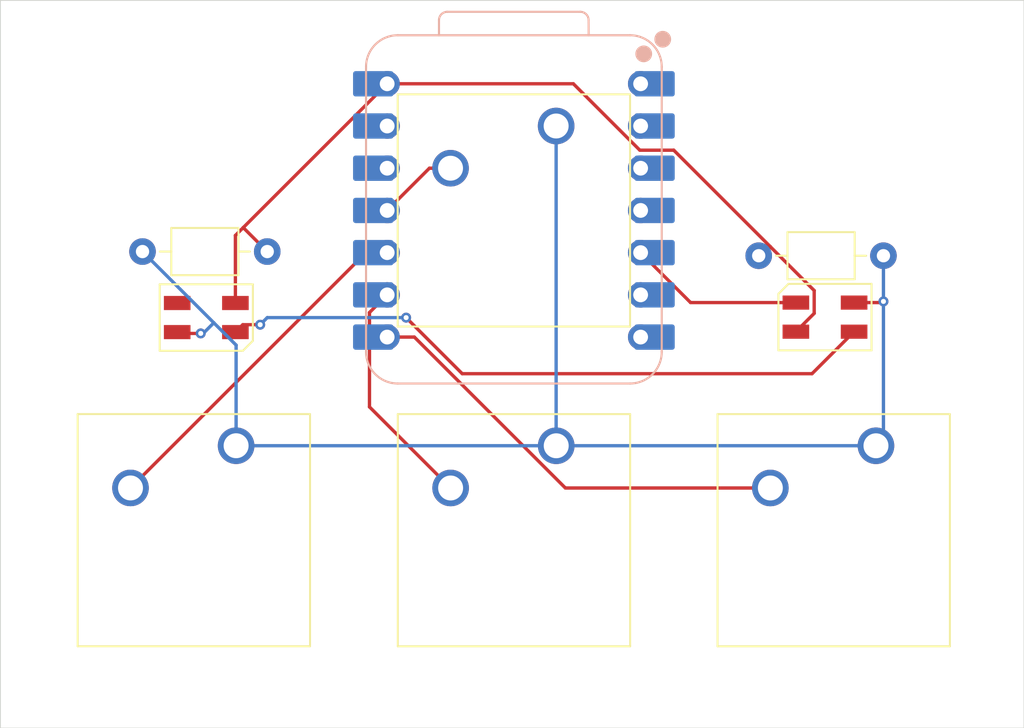
<source format=kicad_pcb>
(kicad_pcb (version 20241229) (generator "pcbnew") (generator_version "9.0")
  (layers (0 "F.Cu" signal) (2 "B.Cu" signal) (13 "F.Paste" user) (15 "B.Paste" user) (5 "F.SilkS" user "F.Silkscreen") (7 "B.SilkS" user "B.Silkscreen") (1 "F.Mask" user) (3 "B.Mask" user) (25 "Edge.Cuts" user))
  (net 0 "")
  (net 1 "Net-(D1-DIN)")
  (net 3 "GND")
  (net 4 "+5V")
  (net 5 "Net-(D2-DIN)")
  (net 6 "Net-(U1-GPIO2{slash}SCK)")
  (net 7 "Net-(U1-GPIO4{slash}MISO)")
  (net 8 "Net-(U1-GPIO3{slash}MOSI)")
  (net 9 "Net-(U1-GPIO1{slash}RX)")
  (net 14 "GND1")
  (footprint "LED_SMD:LED_SK6812MINI_PLCC4_3.5x3.5mm_P1.75mm" (layer "F.Cu") (at 204.635 87.195 180)
    (property "Reference" "D2" (hide yes))
    (property "Value" "SK6812MINI")
    (fp_line (start 2.8 1.4) (end 2.8 -2) (stroke (width 0.12)) (layer "F.SilkS"))
    (fp_line (start 2.8 1.4) (end 2.2 2) (stroke (width 0.12)) (layer "F.SilkS"))
    (fp_line (start -2.8 2) (end 2.2 2) (stroke (width 0.12)) (layer "F.SilkS"))
    (fp_line (start -2.8 -2) (end 2.8 -2) (stroke (width 0.12)) (layer "F.SilkS"))
    (fp_line (start -2.8 -2) (end -2.8 2) (stroke (width 0.12)) (layer "F.SilkS"))
    (pad "1" smd rect (at -1.75 -0.875 180) (size 1.6 0.85) (layers "F.Cu" "F.Mask" "F.Paste") (net 1 "Net-(D1-DIN)"))
    (pad "2" smd rect (at -1.75 0.875 180) (size 1.6 0.85) (layers "F.Cu" "F.Mask" "F.Paste") (net 3 "GND"))
    (pad "3" smd rect (at 1.75 0.875 180) (size 1.6 0.85) (layers "F.Cu" "F.Mask" "F.Paste") (net 5 "Net-(D2-DIN)"))
    (pad "4" smd rect (at 1.75 -0.875 180) (size 1.6 0.85) (layers "F.Cu" "F.Mask" "F.Paste") (net 4 "+5V"))
  )
  (footprint "Capacitor_THT:C_Axial_L3.8mm_D2.6mm_P7.50mm_Horizontal" (layer "F.Cu") (at 163.6 83.25)
    (property "Reference" "C1" (hide yes))
    (property "Value" "C")
    (fp_line (start 1.04 0) (end 1.73 0) (stroke (width 0.12)) (layer "F.SilkS"))
    (fp_line (start 1.73 -1.42) (end 1.73 1.42) (stroke (width 0.12)) (layer "F.SilkS"))
    (fp_line (start 1.73 1.42) (end 5.77 1.42) (stroke (width 0.12)) (layer "F.SilkS"))
    (fp_line (start 5.77 -1.42) (end 1.73 -1.42) (stroke (width 0.12)) (layer "F.SilkS"))
    (fp_line (start 5.77 1.42) (end 5.77 -1.42) (stroke (width 0.12)) (layer "F.SilkS"))
    (fp_line (start 6.46 0) (end 5.77 0) (stroke (width 0.12)) (layer "F.SilkS"))
    (pad "1" thru_hole circle (at 0 0) (size 1.6 1.6) (drill 0.8) (layers "*.Cu" "*.Mask") (net 3 "GND"))
    (pad "2" thru_hole oval (at 7.5 0) (size 1.6 1.6) (drill 0.8) (layers "*.Cu" "*.Mask") (net 4 "+5V"))
  )
  (footprint "Button_Switch_Keyboard:SW_Cherry_MX_1.00u_PCB" (layer "F.Cu") (at 188.475 94.935)
    (property "Reference" "SW1" (hide yes))
    (property "Value" "SW_Push")
    (fp_line (start -9.525 -1.905) (end 4.445 -1.905) (stroke (width 0.12)) (layer "F.SilkS"))
    (fp_line (start -9.525 12.065) (end -9.525 -1.905) (stroke (width 0.12)) (layer "F.SilkS"))
    (fp_line (start 4.445 -1.905) (end 4.445 12.065) (stroke (width 0.12)) (layer "F.SilkS"))
    (fp_line (start 4.445 12.065) (end -9.525 12.065) (stroke (width 0.12)) (layer "F.SilkS"))
    (pad "" np_thru_hole circle (at -7.62 5.08) (size 1.7 1.7) (drill 1.7) (layers "*.Cu" "*.Mask"))
    (pad "" np_thru_hole circle (at -2.54 5.08) (size 4 4) (drill 4) (layers "*.Cu" "*.Mask"))
    (pad "" np_thru_hole circle (at 2.54 5.08) (size 1.7 1.7) (drill 1.7) (layers "*.Cu" "*.Mask"))
    (pad "1" thru_hole circle (at 0 0) (size 2.2 2.2) (drill 1.5) (layers "*.Cu" "*.Mask") (net 3 "GND"))
    (pad "2" thru_hole circle (at -6.35 2.54) (size 2.2 2.2) (drill 1.5) (layers "*.Cu" "*.Mask") (net 6 "Net-(U1-GPIO2{slash}SCK)"))
  )
  (footprint "Button_Switch_Keyboard:SW_Cherry_MX_1.00u_PCB" (layer "F.Cu") (at 188.47 75.695)
    (property "Reference" "SW3" (hide yes))
    (property "Value" "SW_Push")
    (fp_line (start -9.525 -1.905) (end 4.445 -1.905) (stroke (width 0.12)) (layer "F.SilkS"))
    (fp_line (start -9.525 12.065) (end -9.525 -1.905) (stroke (width 0.12)) (layer "F.SilkS"))
    (fp_line (start 4.445 -1.905) (end 4.445 12.065) (stroke (width 0.12)) (layer "F.SilkS"))
    (fp_line (start 4.445 12.065) (end -9.525 12.065) (stroke (width 0.12)) (layer "F.SilkS"))
    (pad "" np_thru_hole circle (at -7.62 5.08) (size 1.7 1.7) (drill 1.7) (layers "*.Cu" "*.Mask"))
    (pad "" np_thru_hole circle (at -2.54 5.08) (size 4 4) (drill 4) (layers "*.Cu" "*.Mask"))
    (pad "" np_thru_hole circle (at 2.54 5.08) (size 1.7 1.7) (drill 1.7) (layers "*.Cu" "*.Mask"))
    (pad "1" thru_hole circle (at 0 0) (size 2.2 2.2) (drill 1.5) (layers "*.Cu" "*.Mask") (net 3 "GND"))
    (pad "2" thru_hole circle (at -6.35 2.54) (size 2.2 2.2) (drill 1.5) (layers "*.Cu" "*.Mask") (net 8 "Net-(U1-GPIO3{slash}MOSI)"))
  )
  (footprint "Capacitor_THT:C_Axial_L3.8mm_D2.6mm_P7.50mm_Horizontal" (layer "F.Cu") (at 208.15 83.5 180)
    (property "Reference" "C2" (hide yes))
    (property "Value" "C_Small")
    (fp_line (start 6.46 0) (end 5.77 0) (stroke (width 0.12)) (layer "F.SilkS"))
    (fp_line (start 5.77 1.42) (end 5.77 -1.42) (stroke (width 0.12)) (layer "F.SilkS"))
    (fp_line (start 5.77 -1.42) (end 1.73 -1.42) (stroke (width 0.12)) (layer "F.SilkS"))
    (fp_line (start 1.73 1.42) (end 5.77 1.42) (stroke (width 0.12)) (layer "F.SilkS"))
    (fp_line (start 1.73 -1.42) (end 1.73 1.42) (stroke (width 0.12)) (layer "F.SilkS"))
    (fp_line (start 1.04 0) (end 1.73 0) (stroke (width 0.12)) (layer "F.SilkS"))
    (pad "1" thru_hole circle (at 0 0 180) (size 1.6 1.6) (drill 0.8) (layers "*.Cu" "*.Mask") (net 3 "GND"))
    (pad "2" thru_hole oval (at 7.5 0 180) (size 1.6 1.6) (drill 0.8) (layers "*.Cu" "*.Mask") (net 4 "+5V"))
  )
  (footprint "LED_SMD:LED_SK6812MINI_PLCC4_3.5x3.5mm_P1.75mm" (layer "F.Cu") (at 167.435 87.22)
    (property "Reference" "D1" (hide yes))
    (property "Value" "SK6812MINI")
    (fp_line (start -2.8 -2) (end -2.8 2) (stroke (width 0.12)) (layer "F.SilkS"))
    (fp_line (start -2.8 -2) (end 2.8 -2) (stroke (width 0.12)) (layer "F.SilkS"))
    (fp_line (start -2.8 2) (end 2.2 2) (stroke (width 0.12)) (layer "F.SilkS"))
    (fp_line (start 2.8 1.4) (end 2.2 2) (stroke (width 0.12)) (layer "F.SilkS"))
    (fp_line (start 2.8 1.4) (end 2.8 -2) (stroke (width 0.12)) (layer "F.SilkS"))
    (pad "1" smd rect (at -1.75 -0.875) (size 1.6 0.85) (layers "F.Cu" "F.Mask" "F.Paste"))
    (pad "2" smd rect (at -1.75 0.875) (size 1.6 0.85) (layers "F.Cu" "F.Mask" "F.Paste") (net 3 "GND"))
    (pad "3" smd rect (at 1.75 0.875) (size 1.6 0.85) (layers "F.Cu" "F.Mask" "F.Paste") (net 1 "Net-(D1-DIN)"))
    (pad "4" smd rect (at 1.75 -0.875) (size 1.6 0.85) (layers "F.Cu" "F.Mask" "F.Paste") (net 4 "+5V"))
  )
  (footprint "Button_Switch_Keyboard:SW_Cherry_MX_1.00u_PCB" (layer "F.Cu") (at 207.7 94.935)
    (property "Reference" "SW4" (hide yes))
    (property "Value" "SW_Push")
    (fp_line (start -9.525 -1.905) (end 4.445 -1.905) (stroke (width 0.12)) (layer "F.SilkS"))
    (fp_line (start -9.525 12.065) (end -9.525 -1.905) (stroke (width 0.12)) (layer "F.SilkS"))
    (fp_line (start 4.445 -1.905) (end 4.445 12.065) (stroke (width 0.12)) (layer "F.SilkS"))
    (fp_line (start 4.445 12.065) (end -9.525 12.065) (stroke (width 0.12)) (layer "F.SilkS"))
    (pad "" np_thru_hole circle (at -7.62 5.08) (size 1.7 1.7) (drill 1.7) (layers "*.Cu" "*.Mask"))
    (pad "" np_thru_hole circle (at -2.54 5.08) (size 4 4) (drill 4) (layers "*.Cu" "*.Mask"))
    (pad "" np_thru_hole circle (at 2.54 5.08) (size 1.7 1.7) (drill 1.7) (layers "*.Cu" "*.Mask"))
    (pad "1" thru_hole circle (at 0 0) (size 2.2 2.2) (drill 1.5) (layers "*.Cu" "*.Mask") (net 3 "GND"))
    (pad "2" thru_hole circle (at -6.35 2.54) (size 2.2 2.2) (drill 1.5) (layers "*.Cu" "*.Mask") (net 9 "Net-(U1-GPIO1{slash}RX)"))
  )
  (footprint "Button_Switch_Keyboard:SW_Cherry_MX_1.00u_PCB" (layer "F.Cu") (at 169.2275 94.9325)
    (property "Reference" "SW2" (hide yes))
    (property "Value" "SW_Push")
    (fp_line (start -9.525 -1.905) (end 4.445 -1.905) (stroke (width 0.12)) (layer "F.SilkS"))
    (fp_line (start -9.525 12.065) (end -9.525 -1.905) (stroke (width 0.12)) (layer "F.SilkS"))
    (fp_line (start 4.445 -1.905) (end 4.445 12.065) (stroke (width 0.12)) (layer "F.SilkS"))
    (fp_line (start 4.445 12.065) (end -9.525 12.065) (stroke (width 0.12)) (layer "F.SilkS"))
    (pad "" np_thru_hole circle (at -7.62 5.08) (size 1.7 1.7) (drill 1.7) (layers "*.Cu" "*.Mask"))
    (pad "" np_thru_hole circle (at -2.54 5.08) (size 4 4) (drill 4) (layers "*.Cu" "*.Mask"))
    (pad "" np_thru_hole circle (at 2.54 5.08) (size 1.7 1.7) (drill 1.7) (layers "*.Cu" "*.Mask"))
    (pad "1" thru_hole circle (at 0 0) (size 2.2 2.2) (drill 1.5) (layers "*.Cu" "*.Mask") (net 3 "GND"))
    (pad "2" thru_hole circle (at -6.35 2.54) (size 2.2 2.2) (drill 1.5) (layers "*.Cu" "*.Mask") (net 7 "Net-(U1-GPIO4{slash}MISO)"))
  )
  (footprint "OPL:XIAO-RP2040-DIP" (layer "B.Cu") (at 185.93 80.775 180)
    (property "Reference" "U1" (hide yes))
    (property "Value" "XIAO-RP2040-DIP" (hide yes))
    (fp_line (start 8.89 -8.509) (end 8.89 8.636) (stroke (width 0.127)) (layer "B.SilkS"))
    (fp_line (start 6.985 10.541) (end -6.985 10.541) (stroke (width 0.1)) (layer "B.SilkS"))
    (fp_line (start 6.985 10.541) (end -6.985 10.541) (stroke (width 0.127)) (layer "B.SilkS"))
    (fp_line (start 4.504 11.451) (end 4.504 10.541) (stroke (width 0.127)) (layer "B.SilkS"))
    (fp_line (start -3.991272 11.951) (end 4.004 11.951) (stroke (width 0.127)) (layer "B.SilkS"))
    (fp_line (start -4.495 10.541) (end -4.491272 11.451272) (stroke (width 0.127)) (layer "B.SilkS"))
    (fp_line (start -6.985 -10.414) (end 6.985 -10.414) (stroke (width 0.127)) (layer "B.SilkS"))
    (fp_line (start -8.89 -8.509) (end -8.89 8.636) (stroke (width 0.127)) (layer "B.SilkS"))
    (fp_arc (start 8.89 8.636) (mid 8.332038 9.983038) (end 6.985 10.541) (stroke (width 0.127)) (layer "B.SilkS"))
    (fp_arc (start 6.985 -10.414) (mid 8.332038 -9.856038) (end 8.89 -8.509) (stroke (width 0.127)) (layer "B.SilkS"))
    (fp_arc (start 4.504 11.451) (mid 4.357553 11.804553) (end 4.004 11.951) (stroke (width 0.127)) (layer "B.SilkS"))
    (fp_arc (start -3.991272 11.951) (mid -4.344724 11.804644) (end -4.491272 11.451272) (stroke (width 0.127)) (layer "B.SilkS"))
    (fp_arc (start -6.985 10.541) (mid -8.332038 9.983038) (end -8.89 8.636) (stroke (width 0.127)) (layer "B.SilkS"))
    (fp_arc (start -8.89 -8.509) (mid -8.332038 -9.856038) (end -6.985 -10.414) (stroke (width 0.127)) (layer "B.SilkS"))
    (fp_circle (center -7.807 9.42) (end -7.807 9.674) (stroke (width 0.5)) (fill yes) (layer "B.SilkS"))
    (fp_circle (center -8.95 10.3) (end -8.95 10.554) (stroke (width 0.5)) (fill yes) (layer "B.SilkS"))
    (pad "1" smd roundrect (at -8.455 7.62) (size 2.432 1.524) (layers "B.Cu" "B.Mask") (roundrect_rratio 0.1))
    (pad "1" thru_hole circle (at -7.62 7.62) (size 1.524 1.524) (drill 0.889) (layers "*.Cu" "*.Mask"))
    (pad "2" smd roundrect (at -8.455 5.08) (size 2.432 1.524) (layers "B.Cu" "B.Mask") (roundrect_rratio 0.1))
    (pad "2" thru_hole circle (at -7.62 5.08) (size 1.524 1.524) (drill 0.889) (layers "*.Cu" "*.Mask"))
    (pad "3" smd roundrect (at -8.455 2.54) (size 2.432 1.524) (layers "B.Cu" "B.Mask") (roundrect_rratio 0.1))
    (pad "3" thru_hole circle (at -7.62 2.54) (size 1.524 1.524) (drill 0.889) (layers "*.Cu" "*.Mask"))
    (pad "4" smd roundrect (at -8.455 0) (size 2.432 1.524) (layers "B.Cu" "B.Mask") (roundrect_rratio 0.1))
    (pad "4" thru_hole circle (at -7.62 0) (size 1.524 1.524) (drill 0.889) (layers "*.Cu" "*.Mask"))
    (pad "5" smd roundrect (at -8.455 -2.54) (size 2.432 1.524) (layers "B.Cu" "B.Mask") (roundrect_rratio 0.1) (net 5 "Net-(D2-DIN)"))
    (pad "5" thru_hole circle (at -7.62 -2.54) (size 1.524 1.524) (drill 0.889) (layers "*.Cu" "*.Mask") (net 5 "Net-(D2-DIN)"))
    (pad "6" smd roundrect (at -8.455 -5.08) (size 2.432 1.524) (layers "B.Cu" "B.Mask") (roundrect_rratio 0.1))
    (pad "6" thru_hole circle (at -7.62 -5.08) (size 1.524 1.524) (drill 0.889) (layers "*.Cu" "*.Mask"))
    (pad "7" smd roundrect (at -8.455 -7.62) (size 2.432 1.524) (layers "B.Cu" "B.Mask") (roundrect_rratio 0.1))
    (pad "7" thru_hole circle (at -7.62 -7.62) (size 1.524 1.524) (drill 0.889) (layers "*.Cu" "*.Mask"))
    (pad "8" thru_hole circle (at 7.62 -7.62 180) (size 1.524 1.524) (drill 0.889) (layers "*.Cu" "*.Mask") (net 9 "Net-(U1-GPIO1{slash}RX)"))
    (pad "8" smd roundrect (at 8.455 -7.62 180) (size 2.432 1.524) (layers "B.Cu" "B.Mask") (roundrect_rratio 0.1) (net 9 "Net-(U1-GPIO1{slash}RX)"))
    (pad "9" thru_hole circle (at 7.62 -5.08 180) (size 1.524 1.524) (drill 0.889) (layers "*.Cu" "*.Mask") (net 6 "Net-(U1-GPIO2{slash}SCK)"))
    (pad "9" smd roundrect (at 8.455 -5.08 180) (size 2.432 1.524) (layers "B.Cu" "B.Mask") (roundrect_rratio 0.1) (net 6 "Net-(U1-GPIO2{slash}SCK)"))
    (pad "10" thru_hole circle (at 7.62 -2.54 180) (size 1.524 1.524) (drill 0.889) (layers "*.Cu" "*.Mask") (net 7 "Net-(U1-GPIO4{slash}MISO)"))
    (pad "10" smd roundrect (at 8.455 -2.54 180) (size 2.432 1.524) (layers "B.Cu" "B.Mask") (roundrect_rratio 0.1) (net 7 "Net-(U1-GPIO4{slash}MISO)"))
    (pad "11" thru_hole circle (at 7.62 0 180) (size 1.524 1.524) (drill 0.889) (layers "*.Cu" "*.Mask") (net 8 "Net-(U1-GPIO3{slash}MOSI)"))
    (pad "11" smd roundrect (at 8.455 0 180) (size 2.432 1.524) (layers "B.Cu" "B.Mask") (roundrect_rratio 0.1) (net 8 "Net-(U1-GPIO3{slash}MOSI)"))
    (pad "12" thru_hole circle (at 7.62 2.54 180) (size 1.524 1.524) (drill 0.889) (layers "*.Cu" "*.Mask"))
    (pad "12" smd roundrect (at 8.455 2.54 180) (size 2.432 1.524) (layers "B.Cu" "B.Mask") (roundrect_rratio 0.1))
    (pad "13" thru_hole circle (at 7.62 5.08 180) (size 1.524 1.524) (drill 0.889) (layers "*.Cu" "*.Mask") (net 14 "GND1"))
    (pad "13" smd roundrect (at 8.455 5.08 180) (size 2.432 1.524) (layers "B.Cu" "B.Mask") (roundrect_rratio 0.1) (net 14 "GND1"))
    (pad "14" thru_hole circle (at 7.62 7.62 180) (size 1.524 1.524) (drill 0.889) (layers "*.Cu" "*.Mask") (net 4 "+5V"))
    (pad "14" smd roundrect (at 8.455 7.62 180) (size 2.432 1.524) (layers "B.Cu" "B.Mask") (roundrect_rratio 0.1) (net 4 "+5V"))
  )
  (gr_rect (start 155.05625 68.13875) (end 216.6 111.91875) (stroke (width 0.05)) (fill no) (layer "Edge.Cuts"))
  (segment (start 169.63 87.65) (end 169.185 88.095) (width 0.2) (layer "F.Cu") (net 1))
  (segment (start 206.385 88.07) (end 203.855 90.6) (width 0.2) (layer "F.Cu") (net 1))
  (segment (start 182.825 90.6) (end 179.45 87.225) (width 0.2) (layer "F.Cu") (net 1))
  (segment (start 203.855 90.6) (end 182.825 90.6) (width 0.2) (layer "F.Cu") (net 1))
  (segment (start 170.675 87.65) (end 169.63 87.65) (width 0.2) (layer "F.Cu") (net 1))
  (via (at 179.45 87.225) (size 0.6) (drill 0.3) (layers "F.Cu" "B.Cu") (net 1))
  (via (at 170.675 87.65) (size 0.6) (drill 0.3) (layers "F.Cu" "B.Cu") (net 1))
  (segment (start 179.45 87.225) (end 171.1 87.225) (width 0.2) (layer "B.Cu") (net 1))
  (segment (start 171.1 87.225) (end 170.675 87.65) (width 0.2) (layer "B.Cu") (net 1))
  (segment (start 165.765 88.175) (end 165.685 88.095) (width 0.2) (layer "F.Cu") (net 3))
  (segment (start 208.08 86.32) (end 208.15 86.25) (width 0.2) (layer "F.Cu") (net 3))
  (segment (start 206.385 86.32) (end 208.08 86.32) (width 0.2) (layer "F.Cu") (net 3))
  (segment (start 167.1 88.175) (end 165.765 88.175) (width 0.2) (layer "F.Cu") (net 3))
  (via (at 167.1 88.175) (size 0.6) (drill 0.3) (layers "F.Cu" "B.Cu") (net 3))
  (via (at 208.15 86.25) (size 0.6) (drill 0.3) (layers "F.Cu" "B.Cu") (net 3))
  (segment (start 169.2275 88.8775) (end 167.8875 87.5375) (width 0.2) (layer "B.Cu") (net 3))
  (segment (start 169.2275 94.9325) (end 207.6975 94.9325) (width 0.2) (layer "B.Cu") (net 3))
  (segment (start 167.25 88.175) (end 167.1 88.175) (width 0.2) (layer "B.Cu") (net 3))
  (segment (start 188.47 94.93) (end 188.475 94.935) (width 0.2) (layer "B.Cu") (net 3))
  (segment (start 169.2275 94.9325) (end 169.2275 88.8775) (width 0.2) (layer "B.Cu") (net 3))
  (segment (start 167.8875 87.5375) (end 167.25 88.175) (width 0.2) (layer "B.Cu") (net 3))
  (segment (start 207.6975 94.9325) (end 207.7 94.935) (width 0.2) (layer "B.Cu") (net 3))
  (segment (start 208.15 83.5) (end 208.15 86.25) (width 0.2) (layer "B.Cu") (net 3))
  (segment (start 208.15 94.485) (end 207.7 94.935) (width 0.2) (layer "B.Cu") (net 3))
  (segment (start 167.8875 87.5375) (end 163.6 83.25) (width 0.2) (layer "B.Cu") (net 3))
  (segment (start 188.47 75.695) (end 188.47 94.93) (width 0.2) (layer "B.Cu") (net 3))
  (segment (start 208.15 86.25) (end 208.15 94.485) (width 0.2) (layer "B.Cu") (net 3))
  (segment (start 193.50169 77.15) (end 189.50669 73.155) (width 0.2) (layer "F.Cu") (net 4))
  (segment (start 203.986 86.969) (end 203.986 85.594) (width 0.2) (layer "F.Cu") (net 4))
  (segment (start 200.8 83.5) (end 201.346 82.954) (width 0.2) (layer "F.Cu") (net 4))
  (segment (start 200.65 83.5) (end 200.8 83.5) (width 0.2) (layer "F.Cu") (net 4))
  (segment (start 189.50669 73.155) (end 178.31 73.155) (width 0.2) (layer "F.Cu") (net 4))
  (segment (start 169.185 86.345) (end 169.185 82.28) (width 0.2) (layer "F.Cu") (net 4))
  (segment (start 195.542 77.15) (end 193.50169 77.15) (width 0.2) (layer "F.Cu") (net 4))
  (segment (start 203.986 85.594) (end 201.346 82.954) (width 0.2) (layer "F.Cu") (net 4))
  (segment (start 171.1 83.25) (end 169.6575 81.8075) (width 0.2) (layer "F.Cu") (net 4))
  (segment (start 169.185 82.28) (end 169.6575 81.8075) (width 0.2) (layer "F.Cu") (net 4))
  (segment (start 169.6575 81.8075) (end 178.31 73.155) (width 0.2) (layer "F.Cu") (net 4))
  (segment (start 201.346 82.954) (end 195.542 77.15) (width 0.2) (layer "F.Cu") (net 4))
  (segment (start 202.885 88.07) (end 203.986 86.969) (width 0.2) (layer "F.Cu") (net 4))
  (segment (start 202.885 86.32) (end 196.555 86.32) (width 0.2) (layer "F.Cu") (net 5))
  (segment (start 196.555 86.32) (end 193.55 83.315) (width 0.2) (layer "F.Cu") (net 5))
  (segment (start 177.247 86.918) (end 178.31 85.855) (width 0.2) (layer "F.Cu") (net 6))
  (segment (start 177.247 92.597) (end 177.247 86.918) (width 0.2) (layer "F.Cu") (net 6))
  (segment (start 182.125 97.475) (end 177.247 92.597) (width 0.2) (layer "F.Cu") (net 6))
  (segment (start 177.035 83.315) (end 178.31 83.315) (width 0.2) (layer "F.Cu") (net 7))
  (segment (start 162.8775 97.4725) (end 177.035 83.315) (width 0.2) (layer "F.Cu") (net 7))
  (segment (start 180.85 78.235) (end 178.31 80.775) (width 0.2) (layer "F.Cu") (net 8))
  (segment (start 182.12 78.235) (end 180.85 78.235) (width 0.2) (layer "F.Cu") (net 8))
  (segment (start 201.35 97.475) (end 189.025 97.475) (width 0.2) (layer "F.Cu") (net 9))
  (segment (start 189.025 97.475) (end 179.945 88.395) (width 0.2) (layer "F.Cu") (net 9))
  (segment (start 179.945 88.395) (end 178.31 88.395) (width 0.2) (layer "F.Cu") (net 9))
)
</source>
